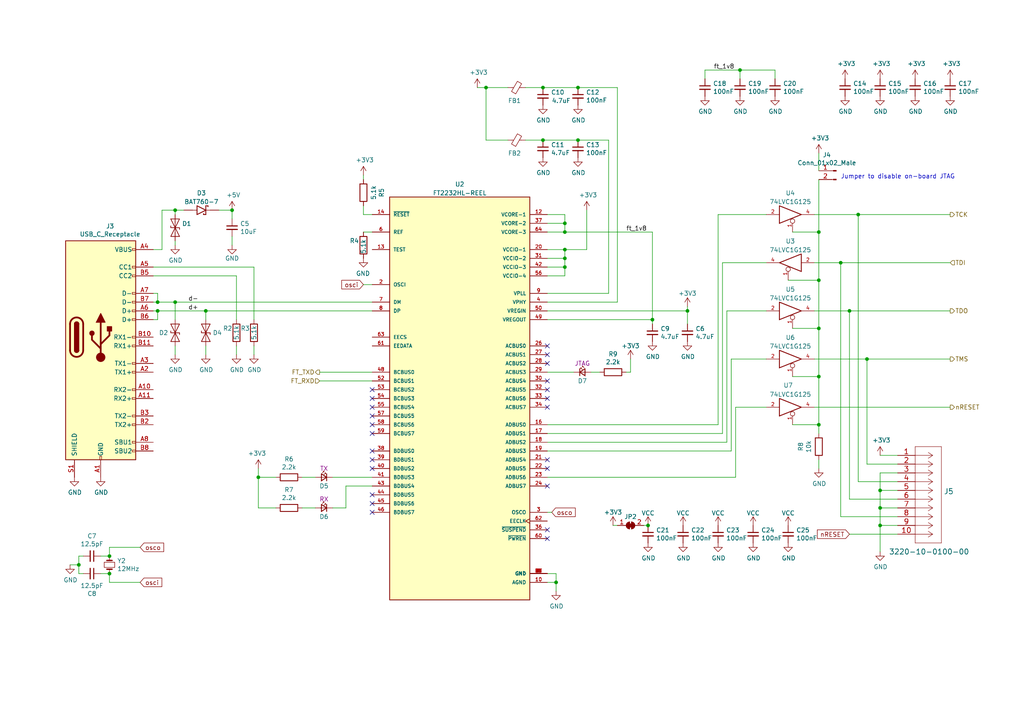
<source format=kicad_sch>
(kicad_sch (version 20211123) (generator eeschema)
  (paper "A4")
  (lib_symbols
    (symbol "74xGxx:74LVC1G125" (pin_names (offset 1.016))
      (property "Reference" "U" (at -2.54 3.81 0))
      (property "Value" "74LVC1G125" (at 0 -3.81 0))
      (symbol "74LVC1G125_1_1"
        (pin input inverted (at 0 5.08 270) (length 3.81) (name "~") (number "1"))
        (pin input line (at -7.62 0 0) (length 3.81) (name "~") (number "2"))
        (pin power_in line (at 1.27 -1.27 270) (length 0) hide (name "GND") (number "3"))
        (pin tri_state line (at 6.35 0 180) (length 3.81) (name "~") (number "4"))
        (pin power_in line (at 1.27 1.27 90) (length 0) hide (name "VCC") (number "5"))
      )
    )
    (symbol "Connector:Conn_01x02_Male" (pin_names (offset 1.016) hide)
      (property "Reference" "J" (at 0 2.54 0))
      (property "Value" "Conn_01x02_Male" (at 0 -5.08 0))
      (symbol "Conn_01x02_Male_1_1"
        (pin passive line (at 5.08 0 180) (length 3.81) (name "Pin_1") (number "1"))
        (pin passive line (at 5.08 -2.54 180) (length 3.81) (name "Pin_2") (number "2"))
      )
    )
    (symbol "Connector:USB_C_Receptacle" (pin_names (offset 1.016))
      (property "Reference" "J" (at -10.16 29.21 0))
      (property "Value" "USB_C_Receptacle" (at 10.16 29.21 0))
      (symbol "USB_C_Receptacle_1_1"
        (pin passive line (at 0 -40.64 90) (length 5.08) (name "GND") (number "A1"))
        (pin bidirectional line (at 15.24 -15.24 180) (length 5.08) (name "RX2-") (number "A10"))
        (pin bidirectional line (at 15.24 -17.78 180) (length 5.08) (name "RX2+") (number "A11"))
        (pin passive line (at 0 -40.64 90) (length 5.08) hide (name "GND") (number "A12"))
        (pin bidirectional line (at 15.24 -10.16 180) (length 5.08) (name "TX1+") (number "A2"))
        (pin bidirectional line (at 15.24 -7.62 180) (length 5.08) (name "TX1-") (number "A3"))
        (pin passive line (at 15.24 25.4 180) (length 5.08) (name "VBUS") (number "A4"))
        (pin bidirectional line (at 15.24 20.32 180) (length 5.08) (name "CC1") (number "A5"))
        (pin bidirectional line (at 15.24 7.62 180) (length 5.08) (name "D+") (number "A6"))
        (pin bidirectional line (at 15.24 12.7 180) (length 5.08) (name "D-") (number "A7"))
        (pin bidirectional line (at 15.24 -30.48 180) (length 5.08) (name "SBU1") (number "A8"))
        (pin passive line (at 15.24 25.4 180) (length 5.08) hide (name "VBUS") (number "A9"))
        (pin passive line (at 0 -40.64 90) (length 5.08) hide (name "GND") (number "B1"))
        (pin bidirectional line (at 15.24 0 180) (length 5.08) (name "RX1-") (number "B10"))
        (pin bidirectional line (at 15.24 -2.54 180) (length 5.08) (name "RX1+") (number "B11"))
        (pin passive line (at 0 -40.64 90) (length 5.08) hide (name "GND") (number "B12"))
        (pin bidirectional line (at 15.24 -25.4 180) (length 5.08) (name "TX2+") (number "B2"))
        (pin bidirectional line (at 15.24 -22.86 180) (length 5.08) (name "TX2-") (number "B3"))
        (pin passive line (at 15.24 25.4 180) (length 5.08) hide (name "VBUS") (number "B4"))
        (pin bidirectional line (at 15.24 17.78 180) (length 5.08) (name "CC2") (number "B5"))
        (pin bidirectional line (at 15.24 5.08 180) (length 5.08) (name "D+") (number "B6"))
        (pin bidirectional line (at 15.24 10.16 180) (length 5.08) (name "D-") (number "B7"))
        (pin bidirectional line (at 15.24 -33.02 180) (length 5.08) (name "SBU2") (number "B8"))
        (pin passive line (at 15.24 25.4 180) (length 5.08) hide (name "VBUS") (number "B9"))
        (pin passive line (at -7.62 -40.64 90) (length 5.08) (name "SHIELD") (number "S1"))
      )
    )
    (symbol "Device:C_Small" (pin_numbers hide) (pin_names (offset 0.254) hide)
      (property "Reference" "C" (at 0.254 1.778 0))
      (property "Value" "C_Small" (at 0.254 -2.032 0))
      (symbol "C_Small_1_1"
        (pin passive line (at 0 2.54 270) (length 2.032) (name "~") (number "1"))
        (pin passive line (at 0 -2.54 90) (length 2.032) (name "~") (number "2"))
      )
    )
    (symbol "Device:Crystal_Small" (pin_numbers hide) (pin_names (offset 1.016) hide)
      (property "Reference" "Y" (at 0 2.54 0))
      (property "Value" "Crystal_Small" (at 0 -2.54 0))
      (symbol "Crystal_Small_1_1"
        (pin passive line (at -2.54 0 0) (length 1.27) (name "1") (number "1"))
        (pin passive line (at 2.54 0 180) (length 1.27) (name "2") (number "2"))
      )
    )
    (symbol "Device:Ferrite_Bead_Small" (pin_numbers hide) (pin_names (offset 0))
      (property "Reference" "FB" (at 1.905 1.27 0))
      (property "Value" "Device_Ferrite_Bead_Small" (at 1.905 -1.27 0))
      (symbol "Ferrite_Bead_Small_1_1"
        (pin passive line (at 0 2.54 270) (length 1.27) (name "~") (number "1"))
        (pin passive line (at 0 -2.54 90) (length 1.27) (name "~") (number "2"))
      )
    )
    (symbol "Device:LED_Small" (pin_numbers hide) (pin_names (offset 0.254) hide)
      (property "Reference" "D" (at -1.27 3.175 0))
      (property "Value" "LED_Small" (at -4.445 -2.54 0))
      (symbol "LED_Small_1_1"
        (pin passive line (at -2.54 0 0) (length 1.778) (name "K") (number "1"))
        (pin passive line (at 2.54 0 180) (length 1.778) (name "A") (number "2"))
      )
    )
    (symbol "Device:R" (pin_numbers hide) (pin_names (offset 0))
      (property "Reference" "R" (at 2.032 0 90))
      (property "Value" "R" (at 0 0 90))
      (symbol "R_1_1"
        (pin passive line (at 0 3.81 270) (length 1.27) (name "~") (number "1"))
        (pin passive line (at 0 -3.81 90) (length 1.27) (name "~") (number "2"))
      )
    )
    (symbol "Diode:ESD9B5.0ST5G" (pin_numbers hide) (pin_names (offset 1.016) hide)
      (property "Reference" "D" (at 0 2.54 0))
      (property "Value" "ESD9B5.0ST5G" (at 0 -2.54 0))
      (symbol "ESD9B5.0ST5G_1_1"
        (pin passive line (at -3.81 0 0) (length 2.54) (name "A1") (number "1"))
        (pin passive line (at 3.81 0 180) (length 2.54) (name "A2") (number "2"))
      )
    )
    (symbol "Jumper:SolderJumper_2_Bridged" (pin_names (offset 0) hide)
      (property "Reference" "JP" (at 0 2.032 0))
      (property "Value" "SolderJumper_2_Bridged" (at 0 -2.54 0))
      (symbol "SolderJumper_2_Bridged_1_1"
        (pin passive line (at -3.81 0 0) (length 2.54) (name "A") (number "1"))
        (pin passive line (at 3.81 0 180) (length 2.54) (name "B") (number "2"))
      )
    )
    (symbol "bat760:BAT760-7" (pin_numbers hide) (pin_names (offset 1.016) hide)
      (property "Reference" "D" (at -5.08 2.54 0))
      (property "Value" "BAT760-7" (at -5.08 -3.81 0))
      (symbol "BAT760-7_0_0"
        (pin passive line (at -5.08 0 0) (length 2.54) (name "~") (number "A"))
        (pin passive line (at 5.08 0 180) (length 2.54) (name "~") (number "C"))
      )
    )
    (symbol "cnc_tech_connector:3220-10-0100-00" (pin_names (offset 0.254) hide)
      (property "Reference" "J" (at 8.89 6.35 0))
      (property "Value" "3220-10-0100-00" (at 10.16 -10.16 0))
      (symbol "3220-10-0100-00_1_1"
        (pin unspecified line (at 0 0 0) (length 5.08) (name "1") (number "1"))
        (pin unspecified line (at 0 -22.86 0) (length 5.08) (name "10") (number "10"))
        (pin unspecified line (at 0 -2.54 0) (length 5.08) (name "2") (number "2"))
        (pin unspecified line (at 0 -5.08 0) (length 5.08) (name "3") (number "3"))
        (pin unspecified line (at 0 -7.62 0) (length 5.08) (name "4") (number "4"))
        (pin unspecified line (at 0 -10.16 0) (length 5.08) (name "5") (number "5"))
        (pin unspecified line (at 0 -12.7 0) (length 5.08) (name "6") (number "6"))
        (pin unspecified line (at 0 -15.24 0) (length 5.08) (name "7") (number "7"))
        (pin unspecified line (at 0 -17.78 0) (length 5.08) (name "8") (number "8"))
        (pin unspecified line (at 0 -20.32 0) (length 5.08) (name "9") (number "9"))
      )
    )
    (symbol "ft2232hl:FT2232HL-REEL" (pin_names (offset 1.016))
      (property "Reference" "U" (at -20.8788 59.309 0))
      (property "Value" "FT2232HL-REEL" (at -20.6502 -62.2046 0))
      (symbol "FT2232HL-REEL_0_0"
        (pin power_in line (at 25.4 -50.8 180) (length 5.08) (name "GND") (number "1"))
        (pin power_in line (at 25.4 -53.34 180) (length 5.08) (name "AGND") (number "10"))
        (pin power_in line (at 25.4 -50.8 180) (length 5.08) (name "GND") (number "11"))
        (pin power_in line (at 25.4 53.34 180) (length 5.08) (name "VCORE-1") (number "12"))
        (pin input line (at -25.4 43.18 0) (length 5.08) (name "TEST") (number "13"))
        (pin input line (at -25.4 53.34 0) (length 5.08) (name "~{RESET}") (number "14"))
        (pin power_in line (at 25.4 -50.8 180) (length 5.08) (name "GND") (number "15"))
        (pin bidirectional line (at 25.4 -7.62 180) (length 5.08) (name "ADBUS0") (number "16"))
        (pin bidirectional line (at 25.4 -10.16 180) (length 5.08) (name "ADBUS1") (number "17"))
        (pin bidirectional line (at 25.4 -12.7 180) (length 5.08) (name "ADBUS2") (number "18"))
        (pin bidirectional line (at 25.4 -15.24 180) (length 5.08) (name "ADBUS3") (number "19"))
        (pin input line (at -25.4 33.02 0) (length 5.08) (name "OSCI") (number "2"))
        (pin power_in line (at 25.4 43.18 180) (length 5.08) (name "VCCIO-1") (number "20"))
        (pin bidirectional line (at 25.4 -17.78 180) (length 5.08) (name "ADBUS4") (number "21"))
        (pin bidirectional line (at 25.4 -20.32 180) (length 5.08) (name "ADBUS5") (number "22"))
        (pin bidirectional line (at 25.4 -22.86 180) (length 5.08) (name "ADBUS6") (number "23"))
        (pin bidirectional line (at 25.4 -25.4 180) (length 5.08) (name "ADBUS7") (number "24"))
        (pin power_in line (at 25.4 -50.8 180) (length 5.08) (name "GND") (number "25"))
        (pin bidirectional line (at 25.4 15.24 180) (length 5.08) (name "ACBUS0") (number "26"))
        (pin bidirectional line (at 25.4 12.7 180) (length 5.08) (name "ACBUS1") (number "27"))
        (pin bidirectional line (at 25.4 10.16 180) (length 5.08) (name "ACBUS2") (number "28"))
        (pin bidirectional line (at 25.4 7.62 180) (length 5.08) (name "ACBUS3") (number "29"))
        (pin output line (at 25.4 -33.02 180) (length 5.08) (name "OSCO") (number "3"))
        (pin bidirectional line (at 25.4 5.08 180) (length 5.08) (name "ACBUS4") (number "30"))
        (pin power_in line (at 25.4 40.64 180) (length 5.08) (name "VCCIO-2") (number "31"))
        (pin bidirectional line (at 25.4 2.54 180) (length 5.08) (name "ACBUS5") (number "32"))
        (pin bidirectional line (at 25.4 0 180) (length 5.08) (name "ACBUS6") (number "33"))
        (pin bidirectional line (at 25.4 -2.54 180) (length 5.08) (name "ACBUS7") (number "34"))
        (pin power_in line (at 25.4 -50.8 180) (length 5.08) (name "GND") (number "35"))
        (pin output line (at 25.4 -38.1 180) (length 5.08) (name "~{SUSPEND}") (number "36"))
        (pin power_in line (at 25.4 50.8 180) (length 5.08) (name "VCORE-2") (number "37"))
        (pin bidirectional line (at -25.4 -15.24 0) (length 5.08) (name "BDBUS0") (number "38"))
        (pin bidirectional line (at -25.4 -17.78 0) (length 5.08) (name "BDBUS1") (number "39"))
        (pin power_in line (at 25.4 27.94 180) (length 5.08) (name "VPHY") (number "4"))
        (pin bidirectional line (at -25.4 -20.32 0) (length 5.08) (name "BDBUS2") (number "40"))
        (pin bidirectional line (at -25.4 -22.86 0) (length 5.08) (name "BDBUS3") (number "41"))
        (pin power_in line (at 25.4 38.1 180) (length 5.08) (name "VCCIO-3") (number "42"))
        (pin bidirectional line (at -25.4 -25.4 0) (length 5.08) (name "BDBUS4") (number "43"))
        (pin bidirectional line (at -25.4 -27.94 0) (length 5.08) (name "BDBUS5") (number "44"))
        (pin bidirectional line (at -25.4 -30.48 0) (length 5.08) (name "BDBUS6") (number "45"))
        (pin bidirectional line (at -25.4 -33.02 0) (length 5.08) (name "BDBUS7") (number "46"))
        (pin power_in line (at 25.4 -50.8 180) (length 5.08) (name "GND") (number "47"))
        (pin bidirectional line (at -25.4 7.62 0) (length 5.08) (name "BCBUS0") (number "48"))
        (pin power_in line (at 25.4 22.86 180) (length 5.08) (name "VREGOUT") (number "49"))
        (pin power_in line (at 25.4 -50.8 180) (length 5.08) (name "GND") (number "5"))
        (pin power_in line (at 25.4 25.4 180) (length 5.08) (name "VREGIN") (number "50"))
        (pin power_in line (at 25.4 -50.8 180) (length 5.08) (name "GND") (number "51"))
        (pin bidirectional line (at -25.4 5.08 0) (length 5.08) (name "BCBUS1") (number "52"))
        (pin bidirectional line (at -25.4 2.54 0) (length 5.08) (name "BCBUS2") (number "53"))
        (pin bidirectional line (at -25.4 0 0) (length 5.08) (name "BCBUS3") (number "54"))
        (pin bidirectional line (at -25.4 -2.54 0) (length 5.08) (name "BCBUS4") (number "55"))
        (pin power_in line (at 25.4 35.56 180) (length 5.08) (name "VCCIO-4") (number "56"))
        (pin bidirectional line (at -25.4 -5.08 0) (length 5.08) (name "BCBUS5") (number "57"))
        (pin bidirectional line (at -25.4 -7.62 0) (length 5.08) (name "BCBUS6") (number "58"))
        (pin bidirectional line (at -25.4 -10.16 0) (length 5.08) (name "BCBUS7") (number "59"))
        (pin input line (at -25.4 48.26 0) (length 5.08) (name "REF") (number "6"))
        (pin output line (at 25.4 -40.64 180) (length 5.08) (name "~{PWREN}") (number "60"))
        (pin bidirectional line (at -25.4 15.24 0) (length 5.08) (name "EEDATA") (number "61"))
        (pin output clock (at 25.4 -35.56 180) (length 5.08) (name "EECLK") (number "62"))
        (pin bidirectional line (at -25.4 17.78 0) (length 5.08) (name "EECS") (number "63"))
        (pin power_in line (at 25.4 48.26 180) (length 5.08) (name "VCORE-3") (number "64"))
        (pin bidirectional line (at -25.4 27.94 0) (length 5.08) (name "DM") (number "7"))
        (pin bidirectional line (at -25.4 25.4 0) (length 5.08) (name "DP") (number "8"))
        (pin power_in line (at 25.4 30.48 180) (length 5.08) (name "VPLL") (number "9"))
      )
    )
    (symbol "power:+3.3V" (power) (pin_names (offset 0))
      (property "Value" "+3.3V" (at 0 3.556 0))
      (symbol "+3.3V_1_1"
        (pin power_in line (at 0 0 90) (length 0) hide (name "+3V3") (number "1"))
      )
    )
    (symbol "power:+5V" (power) (pin_names (offset 0))
      (property "Value" "+5V" (at 0 3.556 0))
      (symbol "+5V_1_1"
        (pin power_in line (at 0 0 90) (length 0) hide (name "+5V") (number "1"))
      )
    )
    (symbol "power:GND" (power) (pin_names (offset 0))
      (property "Value" "GND" (at 0 -3.81 0))
      (symbol "GND_1_1"
        (pin power_in line (at 0 0 270) (length 0) hide (name "GND") (number "1"))
      )
    )
    (symbol "power:VCC" (power) (pin_names (offset 0))
      (property "Value" "VCC" (at 0 3.81 0))
      (symbol "VCC_1_1"
        (pin power_in line (at 0 0 90) (length 0) hide (name "VCC") (number "1"))
      )
    )
  )
  (junction (at 45.72 90.17))
  (junction (at 140.97 25.4))
  (junction (at 246.38 90.17))
  (junction (at 157.48 25.4))
  (junction (at 251.46 104.14))
  (junction (at 163.83 72.39))
  (junction (at 163.83 67.31))
  (junction (at 255.27 152.4))
  (junction (at 199.39 90.17))
  (junction (at 163.83 77.47))
  (junction (at 50.8 87.63))
  (junction (at 237.49 95.25))
  (junction (at 189.23 92.71))
  (junction (at 67.31 60.96))
  (junction (at 161.29 168.91))
  (junction (at 74.93 138.43))
  (junction (at 163.83 74.93))
  (junction (at 255.27 142.24))
  (junction (at 214.63 20.32))
  (junction (at 167.64 40.64))
  (junction (at 243.84 76.2))
  (junction (at 167.64 25.4))
  (junction (at 237.49 81.28))
  (junction (at 59.69 90.17))
  (junction (at 237.49 123.19))
  (junction (at 50.8 60.96))
  (junction (at 22.86 163.83))
  (junction (at 163.83 64.77))
  (junction (at 45.72 87.63))
  (junction (at 31.75 161.29))
  (junction (at 255.27 147.32))
  (junction (at 237.49 67.31))
  (junction (at 187.96 152.4))
  (junction (at 157.48 40.64))
  (junction (at 248.92 62.23))
  (junction (at 237.49 109.22))
  (junction (at 31.75 166.37))
  (no_connect (at 158.75 110.49))
  (no_connect (at 158.75 113.03))
  (no_connect (at 158.75 115.57))
  (no_connect (at 158.75 118.11))
  (no_connect (at 107.95 125.73))
  (no_connect (at 107.95 130.81))
  (no_connect (at 107.95 133.35))
  (no_connect (at 107.95 135.89))
  (no_connect (at 107.95 143.51))
  (no_connect (at 107.95 146.05))
  (no_connect (at 107.95 148.59))
  (no_connect (at 158.75 153.67))
  (no_connect (at 158.75 156.21))
  (no_connect (at 158.75 102.87))
  (no_connect (at 158.75 100.33))
  (no_connect (at 158.75 105.41))
  (no_connect (at 158.75 133.35))
  (no_connect (at 158.75 135.89))
  (no_connect (at 158.75 140.97))
  (no_connect (at 107.95 118.11))
  (no_connect (at 107.95 120.65))
  (no_connect (at 107.95 123.19))
  (no_connect (at 107.95 113.03))
  (no_connect (at 107.95 115.57))
  (wire (pts (xy 260.35 149.86) (xy 243.84 149.86)))
  (wire (pts (xy 158.75 125.73) (xy 209.55 125.73)))
  (wire (pts (xy 158.75 62.23) (xy 163.83 62.23)))
  (wire (pts (xy 22.86 161.29) (xy 24.13 161.29)))
  (wire (pts (xy 73.66 77.47) (xy 44.45 77.47)))
  (wire (pts (xy 50.8 87.63) (xy 107.95 87.63)))
  (wire (pts (xy 20.32 163.83) (xy 22.86 163.83)))
  (wire (pts (xy 214.63 20.32) (xy 214.63 22.86)))
  (wire (pts (xy 214.63 20.32) (xy 204.47 20.32)))
  (wire (pts (xy 182.88 107.95) (xy 181.61 107.95)))
  (wire (pts (xy 224.79 22.86) (xy 224.79 20.32)))
  (wire (pts (xy 237.49 133.35) (xy 237.49 135.89)))
  (wire (pts (xy 158.75 138.43) (xy 213.36 138.43)))
  (wire (pts (xy 161.29 166.37) (xy 161.29 168.91)))
  (wire (pts (xy 176.53 40.64) (xy 176.53 85.09)))
  (wire (pts (xy 237.49 81.28) (xy 237.49 95.25)))
  (wire (pts (xy 45.72 90.17) (xy 59.69 90.17)))
  (wire (pts (xy 31.75 168.91) (xy 31.75 166.37)))
  (wire (pts (xy 199.39 88.9) (xy 199.39 90.17)))
  (wire (pts (xy 161.29 168.91) (xy 161.29 171.45)))
  (wire (pts (xy 236.22 90.17) (xy 246.38 90.17)))
  (wire (pts (xy 91.44 147.32) (xy 87.63 147.32)))
  (wire (pts (xy 152.4 40.64) (xy 157.48 40.64)))
  (wire (pts (xy 237.49 123.19) (xy 237.49 125.73)))
  (wire (pts (xy 50.8 60.96) (xy 53.34 60.96)))
  (wire (pts (xy 44.45 85.09) (xy 45.72 85.09)))
  (wire (pts (xy 209.55 125.73) (xy 209.55 76.2)))
  (wire (pts (xy 163.83 67.31) (xy 163.83 64.77)))
  (wire (pts (xy 158.75 107.95) (xy 166.37 107.95)))
  (wire (pts (xy 138.43 25.4) (xy 140.97 25.4)))
  (wire (pts (xy 229.87 109.22) (xy 237.49 109.22)))
  (wire (pts (xy 229.87 123.19) (xy 237.49 123.19)))
  (wire (pts (xy 80.01 147.32) (xy 74.93 147.32)))
  (wire (pts (xy 105.41 59.69) (xy 105.41 62.23)))
  (wire (pts (xy 105.41 67.31) (xy 107.95 67.31)))
  (wire (pts (xy 236.22 62.23) (xy 248.92 62.23)))
  (wire (pts (xy 158.75 67.31) (xy 163.83 67.31)))
  (wire (pts (xy 255.27 137.16) (xy 255.27 142.24)))
  (wire (pts (xy 177.8 152.4) (xy 179.07 152.4)))
  (wire (pts (xy 210.82 128.27) (xy 210.82 90.17)))
  (wire (pts (xy 24.13 166.37) (xy 22.86 166.37)))
  (wire (pts (xy 44.45 90.17) (xy 45.72 90.17)))
  (wire (pts (xy 152.4 25.4) (xy 157.48 25.4)))
  (wire (pts (xy 251.46 104.14) (xy 275.59 104.14)))
  (wire (pts (xy 163.83 67.31) (xy 189.23 67.31)))
  (wire (pts (xy 213.36 118.11) (xy 222.25 118.11)))
  (wire (pts (xy 158.75 80.01) (xy 163.83 80.01)))
  (wire (pts (xy 74.93 147.32) (xy 74.93 138.43)))
  (wire (pts (xy 46.99 72.39) (xy 46.99 60.96)))
  (wire (pts (xy 67.31 71.12) (xy 67.31 68.58)))
  (wire (pts (xy 100.33 140.97) (xy 107.95 140.97)))
  (wire (pts (xy 208.28 123.19) (xy 208.28 62.23)))
  (wire (pts (xy 255.27 152.4) (xy 260.35 152.4)))
  (wire (pts (xy 44.45 92.71) (xy 45.72 92.71)))
  (wire (pts (xy 237.49 52.07) (xy 237.49 67.31)))
  (wire (pts (xy 74.93 135.89) (xy 74.93 138.43)))
  (wire (pts (xy 59.69 90.17) (xy 107.95 90.17)))
  (wire (pts (xy 246.38 90.17) (xy 246.38 144.78)))
  (wire (pts (xy 96.52 138.43) (xy 107.95 138.43)))
  (wire (pts (xy 246.38 154.94) (xy 260.35 154.94)))
  (wire (pts (xy 107.95 110.49) (xy 92.71 110.49)))
  (wire (pts (xy 237.49 109.22) (xy 237.49 123.19)))
  (wire (pts (xy 158.75 92.71) (xy 189.23 92.71)))
  (wire (pts (xy 255.27 152.4) (xy 255.27 160.02)))
  (wire (pts (xy 158.75 128.27) (xy 210.82 128.27)))
  (wire (pts (xy 204.47 20.32) (xy 204.47 22.86)))
  (wire (pts (xy 44.45 87.63) (xy 45.72 87.63)))
  (wire (pts (xy 100.33 147.32) (xy 100.33 140.97)))
  (wire (pts (xy 163.83 62.23) (xy 163.83 64.77)))
  (wire (pts (xy 46.99 60.96) (xy 50.8 60.96)))
  (wire (pts (xy 199.39 90.17) (xy 199.39 93.98)))
  (wire (pts (xy 255.27 147.32) (xy 260.35 147.32)))
  (wire (pts (xy 255.27 142.24) (xy 255.27 147.32)))
  (wire (pts (xy 50.8 71.12) (xy 50.8 69.85)))
  (wire (pts (xy 158.75 72.39) (xy 163.83 72.39)))
  (wire (pts (xy 158.75 64.77) (xy 163.83 64.77)))
  (wire (pts (xy 163.83 72.39) (xy 170.18 72.39)))
  (wire (pts (xy 50.8 62.23) (xy 50.8 60.96)))
  (wire (pts (xy 158.75 166.37) (xy 161.29 166.37)))
  (wire (pts (xy 158.75 74.93) (xy 163.83 74.93)))
  (wire (pts (xy 237.49 44.45) (xy 237.49 49.53)))
  (wire (pts (xy 229.87 95.25) (xy 237.49 95.25)))
  (wire (pts (xy 59.69 92.71) (xy 59.69 90.17)))
  (wire (pts (xy 229.87 67.31) (xy 237.49 67.31)))
  (wire (pts (xy 260.35 139.7) (xy 248.92 139.7)))
  (wire (pts (xy 160.02 148.59) (xy 158.75 148.59)))
  (wire (pts (xy 189.23 93.98) (xy 189.23 92.71)))
  (wire (pts (xy 158.75 123.19) (xy 208.28 123.19)))
  (wire (pts (xy 260.35 137.16) (xy 255.27 137.16)))
  (wire (pts (xy 74.93 138.43) (xy 80.01 138.43)))
  (wire (pts (xy 73.66 102.87) (xy 73.66 100.33)))
  (wire (pts (xy 208.28 62.23) (xy 222.25 62.23)))
  (wire (pts (xy 73.66 77.47) (xy 73.66 92.71)))
  (wire (pts (xy 68.58 102.87) (xy 68.58 100.33)))
  (wire (pts (xy 237.49 67.31) (xy 237.49 81.28)))
  (wire (pts (xy 251.46 104.14) (xy 251.46 134.62)))
  (wire (pts (xy 158.75 87.63) (xy 179.07 87.63)))
  (wire (pts (xy 22.86 166.37) (xy 22.86 163.83)))
  (wire (pts (xy 29.21 161.29) (xy 31.75 161.29)))
  (wire (pts (xy 22.86 163.83) (xy 22.86 161.29)))
  (wire (pts (xy 105.41 50.8) (xy 105.41 52.07)))
  (wire (pts (xy 236.22 76.2) (xy 243.84 76.2)))
  (wire (pts (xy 186.69 152.4) (xy 187.96 152.4)))
  (wire (pts (xy 31.75 158.75) (xy 31.75 161.29)))
  (wire (pts (xy 105.41 62.23) (xy 107.95 62.23)))
  (wire (pts (xy 50.8 87.63) (xy 50.8 92.71)))
  (wire (pts (xy 260.35 134.62) (xy 251.46 134.62)))
  (wire (pts (xy 255.27 147.32) (xy 255.27 152.4)))
  (wire (pts (xy 59.69 100.33) (xy 59.69 102.87)))
  (wire (pts (xy 212.09 104.14) (xy 222.25 104.14)))
  (wire (pts (xy 63.5 60.96) (xy 67.31 60.96)))
  (wire (pts (xy 212.09 130.81) (xy 212.09 104.14)))
  (wire (pts (xy 243.84 76.2) (xy 275.59 76.2)))
  (wire (pts (xy 179.07 25.4) (xy 179.07 87.63)))
  (wire (pts (xy 224.79 20.32) (xy 214.63 20.32)))
  (wire (pts (xy 248.92 62.23) (xy 248.92 139.7)))
  (wire (pts (xy 260.35 144.78) (xy 246.38 144.78)))
  (wire (pts (xy 171.45 107.95) (xy 173.99 107.95)))
  (wire (pts (xy 140.97 25.4) (xy 147.32 25.4)))
  (wire (pts (xy 158.75 85.09) (xy 176.53 85.09)))
  (wire (pts (xy 157.48 25.4) (xy 167.64 25.4)))
  (wire (pts (xy 67.31 63.5) (xy 67.31 60.96)))
  (wire (pts (xy 107.95 107.95) (xy 92.71 107.95)))
  (wire (pts (xy 167.64 25.4) (xy 179.07 25.4)))
  (wire (pts (xy 236.22 118.11) (xy 275.59 118.11)))
  (wire (pts (xy 45.72 85.09) (xy 45.72 87.63)))
  (wire (pts (xy 236.22 104.14) (xy 251.46 104.14)))
  (wire (pts (xy 246.38 90.17) (xy 275.59 90.17)))
  (wire (pts (xy 40.64 158.75) (xy 31.75 158.75)))
  (wire (pts (xy 158.75 168.91) (xy 161.29 168.91)))
  (wire (pts (xy 105.41 82.55) (xy 107.95 82.55)))
  (wire (pts (xy 68.58 80.01) (xy 68.58 92.71)))
  (wire (pts (xy 158.75 90.17) (xy 199.39 90.17)))
  (wire (pts (xy 163.83 80.01) (xy 163.83 77.47)))
  (wire (pts (xy 45.72 87.63) (xy 50.8 87.63)))
  (wire (pts (xy 44.45 72.39) (xy 46.99 72.39)))
  (wire (pts (xy 210.82 90.17) (xy 222.25 90.17)))
  (wire (pts (xy 96.52 147.32) (xy 100.33 147.32)))
  (wire (pts (xy 163.83 74.93) (xy 163.83 72.39)))
  (wire (pts (xy 140.97 40.64) (xy 140.97 25.4)))
  (wire (pts (xy 255.27 132.08) (xy 260.35 132.08)))
  (wire (pts (xy 40.64 168.91) (xy 31.75 168.91)))
  (wire (pts (xy 91.44 138.43) (xy 87.63 138.43)))
  (wire (pts (xy 158.75 130.81) (xy 212.09 130.81)))
  (wire (pts (xy 237.49 95.25) (xy 237.49 109.22)))
  (wire (pts (xy 182.88 104.14) (xy 182.88 107.95)))
  (wire (pts (xy 243.84 76.2) (xy 243.84 149.86)))
  (wire (pts (xy 248.92 62.23) (xy 275.59 62.23)))
  (wire (pts (xy 140.97 40.64) (xy 147.32 40.64)))
  (wire (pts (xy 29.21 166.37) (xy 31.75 166.37)))
  (wire (pts (xy 44.45 80.01) (xy 68.58 80.01)))
  (wire (pts (xy 167.64 40.64) (xy 157.48 40.64)))
  (wire (pts (xy 213.36 138.43) (xy 213.36 118.11)))
  (wire (pts (xy 255.27 142.24) (xy 260.35 142.24)))
  (wire (pts (xy 45.72 92.71) (xy 45.72 90.17)))
  (wire (pts (xy 228.6 81.28) (xy 237.49 81.28)))
  (wire (pts (xy 189.23 67.31) (xy 189.23 92.71)))
  (wire (pts (xy 158.75 77.47) (xy 163.83 77.47)))
  (wire (pts (xy 170.18 72.39) (xy 170.18 60.96)))
  (wire (pts (xy 176.53 40.64) (xy 167.64 40.64)))
  (wire (pts (xy 50.8 100.33) (xy 50.8 102.87)))
  (wire (pts (xy 209.55 76.2) (xy 222.25 76.2)))
  (wire (pts (xy 163.83 77.47) (xy 163.83 74.93)))
  (text "Jumper to disable on-board JTAG" (at 243.84 52.07 0) (effects (font (size 1.27 1.27)) (justify left bottom)))
  (label "d-" (at 54.61 87.63 0))
  (label "ft_1v8" (at 181.61 67.31 0))
  (label "d+" (at 54.61 90.17 0))
  (label "ft_1v8" (at 207.01 20.32 0))
  (global_label "osci" (shape input) (at 40.64 168.91 0) (property "Intersheet References" "${INTERSHEET_REFS}" (effects hide)))
  (global_label "osci" (shape input) (at 105.41 82.55 180) (property "Intersheet References" "${INTERSHEET_REFS}" (effects hide)))
  (global_label "nRESET" (shape input) (at 246.38 154.94 180) (property "Intersheet References" "${INTERSHEET_REFS}" (effects hide)))
  (global_label "osco" (shape input) (at 40.64 158.75 0) (property "Intersheet References" "${INTERSHEET_REFS}" (effects hide)))
  (global_label "osco" (shape input) (at 160.02 148.59 0) (property "Intersheet References" "${INTERSHEET_REFS}" (effects hide)))
  (hierarchical_label "TDO" (shape output) (at 275.59 90.17 0))
  (hierarchical_label "FT_RXD" (shape input) (at 92.71 110.49 180))
  (hierarchical_label "TDI" (shape input) (at 275.59 76.2 0))
  (hierarchical_label "TCK" (shape output) (at 275.59 62.23 0))
  (hierarchical_label "TMS" (shape output) (at 275.59 104.14 0))
  (hierarchical_label "nRESET" (shape output) (at 275.59 118.11 0))
  (hierarchical_label "FT_TXD" (shape output) (at 92.71 107.95 180))
  (symbol (lib_id "power:VCC") (at 218.44 152.4 0) (unit 1)
    (property "Reference" "#PWR0113" (effects hide))
    (property "Value" "VCC" (at 218.44 148.8242 0))
  )
  (symbol (lib_id "power:VCC") (at 187.96 152.4 0) (unit 1)
    (property "Reference" "#PWR0115" (effects hide))
    (property "Value" "VCC" (at 187.96 148.8242 0))
  )
  (symbol (lib_id "Device:R") (at 73.66 96.52 0) (unit 1)
    (property "Reference" "R3" (at 71.12 95.25 0))
    (property "Value" "5.1k" (at 73.66 96.52 90))
    (property "Footprint" "Resistor_SMD:R_0603_1608Metric_Pad0.98x0.95mm_HandSolder" (effects hide))
  )
  (symbol (lib_id "power:+3.3V") (at 182.88 104.14 0) (unit 1)
    (property "Reference" "#PWR0116" (effects hide))
    (property "Value" "+3.3V" (at 182.88 100.33 0))
  )
  (symbol (lib_id "power:VCC") (at 228.6 152.4 0) (unit 1)
    (property "Reference" "#PWR0107" (effects hide))
    (property "Value" "VCC" (at 228.6 148.8242 0))
  )
  (symbol (lib_id "Device:LED_Small") (at 93.98 138.43 0) (mirror y) (unit 1)
    (property "Reference" "D5" (at 93.98 140.97 0))
    (property "Value" "LED_Small" (effects hide))
    (property "Footprint" "LED_SMD:LED_0603_1608Metric" (effects hide))
    (property "Function" "TX" (at 93.98 135.89 0))
  )
  (symbol (lib_id "power:+3.3V") (at 275.59 22.86 0) (unit 1)
    (property "Reference" "#PWR040" (effects hide))
    (property "Value" "+3.3V" (at 275.971 18.4658 0))
  )
  (symbol (lib_id "bat760:BAT760-7") (at 58.42 60.96 0) (unit 1)
    (property "Reference" "D3" (at 58.42 55.9902 0))
    (property "Value" "BAT760-7" (at 58.42 58.5271 0))
    (property "Footprint" "Diode_SMD:SOD2513X120N" (effects hide))
    (property "MAXIMUM_PACKAGE_HEIGHT" "1.20mm" (effects hide))
    (property "STANDARD" "IPC-7351B" (effects hide))
    (property "PARTREV" "9-2" (effects hide))
    (property "MANUFACTURER" "DIODES" (effects hide))
  )
  (symbol (lib_id "power:GND") (at 245.11 27.94 0) (unit 1)
    (property "Reference" "#PWR035" (effects hide))
    (property "Value" "GND" (at 245.237 32.3342 0))
  )
  (symbol (lib_id "Device:R") (at 105.41 55.88 0) (unit 1)
    (property "Reference" "R5" (at 110.6678 55.88 90))
    (property "Value" "5.1k" (at 108.3564 55.88 90))
    (property "Footprint" "Resistor_SMD:R_0603_1608Metric_Pad0.98x0.95mm_HandSolder" (effects hide))
  )
  (symbol (lib_id "Diode:ESD9B5.0ST5G") (at 50.8 96.52 270) (unit 1)
    (property "Reference" "D2" (at 48.7934 96.52 90) (effects (justify right)))
    (property "Value" "ESD9B5.0ST5G" (effects hide))
    (property "Footprint" "Diode_SMD:D_SOD-923" (effects hide))
    (property "Datasheet" "https://www.onsemi.com/pub/Collateral/ESD9B-D.PDF" (effects hide))
  )
  (symbol (lib_id "Device:C_Small") (at 167.64 43.18 0) (mirror y) (unit 1)
    (property "Reference" "C13" (at 169.9768 42.0116 0) (effects (justify right)))
    (property "Value" "100nF" (at 169.9768 44.323 0) (effects (justify right)))
    (property "Footprint" "Capacitor_SMD:C_0603_1608Metric_Pad1.08x0.95mm_HandSolder" (effects hide))
    (property "Voltage" "6.3" (effects hide))
  )
  (symbol (lib_id "Device:C_Small") (at 67.31 66.04 0) (mirror y) (unit 1)
    (property "Reference" "C5" (at 69.6468 64.8716 0) (effects (justify right)))
    (property "Value" "10uF" (at 69.6468 67.183 0) (effects (justify right)))
    (property "Footprint" "Capacitor_SMD:C_0603_1608Metric_Pad1.08x0.95mm_HandSolder" (effects hide))
    (property "Voltage" "6.3" (effects hide))
  )
  (symbol (lib_id "power:+3.3V") (at 170.18 60.96 0) (unit 1)
    (property "Reference" "#PWR033" (effects hide))
    (property "Value" "+3.3V" (at 170.561 56.5658 0))
  )
  (symbol (lib_id "Device:R") (at 237.49 129.54 180) (unit 1)
    (property "Reference" "R8" (at 232.2322 129.54 90))
    (property "Value" "10k" (at 234.5436 129.54 90))
    (property "Footprint" "Resistor_SMD:R_0603_1608Metric_Pad0.98x0.95mm_HandSolder" (effects hide))
  )
  (symbol (lib_id "power:GND") (at 50.8 71.12 0) (unit 1)
    (property "Reference" "#PWR012" (effects hide))
    (property "Value" "GND" (at 50.927 75.5142 0))
  )
  (symbol (lib_id "Device:C_Small") (at 157.48 43.18 0) (mirror y) (unit 1)
    (property "Reference" "C11" (at 159.8168 42.0116 0) (effects (justify right)))
    (property "Value" "4.7uF" (at 159.8168 44.323 0) (effects (justify right)))
    (property "Footprint" "Capacitor_SMD:C_0603_1608Metric_Pad1.08x0.95mm_HandSolder" (effects hide))
    (property "Voltage" "6.3" (effects hide))
  )
  (symbol (lib_id "power:VCC") (at 198.12 152.4 0) (unit 1)
    (property "Reference" "#PWR0109" (effects hide))
    (property "Value" "VCC" (at 198.12 148.8242 0))
  )
  (symbol (lib_id "power:GND") (at 59.69 102.87 0) (unit 1)
    (property "Reference" "#PWR014" (effects hide))
    (property "Value" "GND" (at 59.817 107.2642 0))
  )
  (symbol (lib_id "power:GND") (at 224.79 27.94 0) (unit 1)
    (property "Reference" "#PWR048" (effects hide))
    (property "Value" "GND" (at 224.917 32.3342 0))
  )
  (symbol (lib_id "power:GND") (at 199.39 99.06 0) (unit 1)
    (property "Reference" "#PWR023" (effects hide))
    (property "Value" "GND" (at 199.517 103.4542 0))
  )
  (symbol (lib_id "power:VCC") (at 208.28 152.4 0) (unit 1)
    (property "Reference" "#PWR0111" (effects hide))
    (property "Value" "VCC" (at 208.28 148.8242 0))
  )
  (symbol (lib_id "power:+3.3V") (at 177.8 152.4 0) (unit 1)
    (property "Reference" "#PWR049" (effects hide))
    (property "Value" "+3.3V" (at 177.8 148.59 0))
  )
  (symbol (lib_id "power:GND") (at 187.96 157.48 0) (unit 1)
    (property "Reference" "#PWR050" (effects hide))
    (property "Value" "GND" (at 188.087 161.8742 0))
  )
  (symbol (lib_id "Diode:ESD9B5.0ST5G") (at 59.69 96.52 270) (unit 1)
    (property "Reference" "D4" (at 61.6966 96.52 90) (effects (justify left)))
    (property "Value" "ESD9B5.0ST5G" (effects hide))
    (property "Footprint" "Diode_SMD:D_SOD-923" (effects hide))
    (property "Datasheet" "https://www.onsemi.com/pub/Collateral/ESD9B-D.PDF" (effects hide))
  )
  (symbol (lib_id "power:GND") (at 50.8 102.87 0) (unit 1)
    (property "Reference" "#PWR013" (effects hide))
    (property "Value" "GND" (at 50.927 107.2642 0))
  )
  (symbol (lib_id "Device:C_Small") (at 199.39 96.52 0) (mirror y) (unit 1)
    (property "Reference" "C6" (at 201.7268 95.3516 0) (effects (justify right)))
    (property "Value" "4.7uF" (at 201.7268 97.663 0) (effects (justify right)))
    (property "Footprint" "Capacitor_SMD:C_0603_1608Metric_Pad1.08x0.95mm_HandSolder" (effects hide))
    (property "Voltage" "6.3" (effects hide))
  )
  (symbol (lib_id "power:GND") (at 237.49 135.89 0) (unit 1)
    (property "Reference" "#PWR0104" (effects hide))
    (property "Value" "GND" (at 237.617 140.2842 0))
  )
  (symbol (lib_id "power:GND") (at 67.31 71.12 0) (unit 1)
    (property "Reference" "#PWR016" (effects hide))
    (property "Value" "GND" (at 67.31 74.93 0))
  )
  (symbol (lib_id "74xGxx:74LVC1G125") (at 229.87 104.14 0) (mirror x) (unit 1)
    (property "Reference" "U6" (at 229.235 97.9002 0))
    (property "Value" "74LVC1G125" (at 229.235 100.4371 0))
    (property "Footprint" "Package_TO_SOT_SMD:SOT-353_SC-70-5" (effects hide))
    (property "Datasheet" "http://www.ti.com/lit/sg/scyt129e/scyt129e.pdf" (effects hide))
  )
  (symbol (lib_id "Device:C_Small") (at 167.64 27.94 0) (mirror y) (unit 1)
    (property "Reference" "C12" (at 169.9768 26.7716 0) (effects (justify right)))
    (property "Value" "100nF" (at 169.9768 29.083 0) (effects (justify right)))
    (property "Footprint" "Capacitor_SMD:C_0603_1608Metric_Pad1.08x0.95mm_HandSolder" (effects hide))
    (property "Voltage" "6.3" (effects hide))
  )
  (symbol (lib_id "Connector:USB_C_Receptacle") (at 29.21 97.79 0) (unit 1)
    (property "Reference" "J3" (at 31.9278 65.6082 0))
    (property "Value" "USB_C_Receptacle" (at 31.9278 67.9196 0))
    (property "Footprint" "Connector_USB:USB_C_Receptacle_Amphenol_12401610E4-2A" (effects hide))
    (property "Datasheet" "https://www.usb.org/sites/default/files/documents/usb_type-c.zip" (effects hide))
  )
  (symbol (lib_id "Device:C_Small") (at 218.44 154.94 0) (mirror y) (unit 1)
    (property "Reference" "C24" (at 220.7768 153.7716 0) (effects (justify right)))
    (property "Value" "100nF" (at 220.7768 156.083 0) (effects (justify right)))
    (property "Footprint" "Capacitor_SMD:C_0603_1608Metric_Pad1.08x0.95mm_HandSolder" (effects hide))
    (property "Voltage" "6.3" (effects hide))
  )
  (symbol (lib_id "power:GND") (at 265.43 27.94 0) (unit 1)
    (property "Reference" "#PWR039" (effects hide))
    (property "Value" "GND" (at 265.557 32.3342 0))
  )
  (symbol (lib_id "power:GND") (at 255.27 160.02 0) (unit 1)
    (property "Reference" "#PWR0105" (effects hide))
    (property "Value" "GND" (at 255.397 164.4142 0))
  )
  (symbol (lib_id "power:GND") (at 255.27 27.94 0) (unit 1)
    (property "Reference" "#PWR037" (effects hide))
    (property "Value" "GND" (at 255.397 32.3342 0))
  )
  (symbol (lib_id "power:GND") (at 21.59 138.43 0) (unit 1)
    (property "Reference" "#PWR010" (effects hide))
    (property "Value" "GND" (at 21.717 142.8242 0))
  )
  (symbol (lib_id "Device:C_Small") (at 228.6 154.94 0) (mirror y) (unit 1)
    (property "Reference" "C25" (at 230.9368 153.7716 0) (effects (justify right)))
    (property "Value" "100nF" (at 230.9368 156.083 0) (effects (justify right)))
    (property "Footprint" "Capacitor_SMD:C_0603_1608Metric_Pad1.08x0.95mm_HandSolder" (effects hide))
    (property "Voltage" "6.3" (effects hide))
  )
  (symbol (lib_id "Device:Crystal_Small") (at 31.75 163.83 270) (unit 1)
    (property "Reference" "Y2" (at 33.9852 162.6616 90) (effects (justify left)))
    (property "Value" "12MHz" (at 33.9852 164.973 90) (effects (justify left)))
    (property "Footprint" "Crystal:Crystal_SMD_HC49-SD" (effects hide))
  )
  (symbol (lib_id "power:+3.3V") (at 255.27 22.86 0) (unit 1)
    (property "Reference" "#PWR036" (effects hide))
    (property "Value" "+3.3V" (at 255.651 18.4658 0))
  )
  (symbol (lib_id "Device:C_Small") (at 214.63 25.4 0) (mirror y) (unit 1)
    (property "Reference" "C19" (at 216.9668 24.2316 0) (effects (justify right)))
    (property "Value" "100nF" (at 216.9668 26.543 0) (effects (justify right)))
    (property "Footprint" "Capacitor_SMD:C_0603_1608Metric_Pad1.08x0.95mm_HandSolder" (effects hide))
    (property "Voltage" "6.3" (effects hide))
  )
  (symbol (lib_id "Device:C_Small") (at 265.43 25.4 0) (mirror y) (unit 1)
    (property "Reference" "C16" (at 267.7668 24.2316 0) (effects (justify right)))
    (property "Value" "100nF" (at 267.7668 26.543 0) (effects (justify right)))
    (property "Footprint" "Capacitor_SMD:C_0603_1608Metric_Pad1.08x0.95mm_HandSolder" (effects hide))
    (property "Voltage" "6.3" (effects hide))
  )
  (symbol (lib_id "Device:C_Small") (at 26.67 161.29 270) (unit 1)
    (property "Reference" "C7" (at 26.67 155.4734 90))
    (property "Value" "12.5pF" (at 26.67 157.7848 90))
    (property "Footprint" "Capacitor_SMD:C_0603_1608Metric_Pad1.08x0.95mm_HandSolder" (effects hide))
  )
  (symbol (lib_id "Device:LED_Small") (at 93.98 147.32 0) (mirror y) (unit 1)
    (property "Reference" "D6" (at 93.98 149.86 0))
    (property "Value" "LED_Small" (effects hide))
    (property "Footprint" "LED_SMD:LED_0603_1608Metric" (effects hide))
    (property "Function" "RX" (at 93.98 144.78 0))
  )
  (symbol (lib_id "power:+3.3V") (at 237.49 44.45 0) (unit 1)
    (property "Reference" "#PWR051" (effects hide))
    (property "Value" "+3.3V" (at 237.871 40.0558 0))
  )
  (symbol (lib_id "Diode:ESD9B5.0ST5G") (at 50.8 66.04 270) (unit 1)
    (property "Reference" "D1" (at 52.8066 64.8716 90) (effects (justify left)))
    (property "Value" "ESD9B5.0ST5G" (effects hide))
    (property "Footprint" "Diode_SMD:D_SOD-923" (effects hide))
    (property "Datasheet" "https://www.onsemi.com/pub/Collateral/ESD9B-D.PDF" (effects hide))
  )
  (symbol (lib_id "power:GND") (at 198.12 157.48 0) (unit 1)
    (property "Reference" "#PWR0110" (effects hide))
    (property "Value" "GND" (at 198.247 161.8742 0))
  )
  (symbol (lib_id "power:+3.3V") (at 138.43 25.4 0) (unit 1)
    (property "Reference" "#PWR019" (effects hide))
    (property "Value" "+3.3V" (at 138.811 21.0058 0))
  )
  (symbol (lib_id "power:GND") (at 218.44 157.48 0) (unit 1)
    (property "Reference" "#PWR0114" (effects hide))
    (property "Value" "GND" (at 218.567 161.8742 0))
  )
  (symbol (lib_id "Device:C_Small") (at 204.47 25.4 0) (mirror y) (unit 1)
    (property "Reference" "C18" (at 206.8068 24.2316 0) (effects (justify right)))
    (property "Value" "100nF" (at 206.8068 26.543 0) (effects (justify right)))
    (property "Footprint" "Capacitor_SMD:C_0603_1608Metric_Pad1.08x0.95mm_HandSolder" (effects hide))
    (property "Voltage" "6.3" (effects hide))
  )
  (symbol (lib_id "Device:C_Small") (at 26.67 166.37 270) (unit 1)
    (property "Reference" "C8" (at 26.67 172.1866 90))
    (property "Value" "12.5pF" (at 26.67 169.8752 90))
    (property "Footprint" "Capacitor_SMD:C_0603_1608Metric_Pad1.08x0.95mm_HandSolder" (effects hide))
  )
  (symbol (lib_id "Device:C_Small") (at 245.11 25.4 0) (mirror y) (unit 1)
    (property "Reference" "C14" (at 247.4468 24.2316 0) (effects (justify right)))
    (property "Value" "100nF" (at 247.4468 26.543 0) (effects (justify right)))
    (property "Footprint" "Capacitor_SMD:C_0603_1608Metric_Pad1.08x0.95mm_HandSolder" (effects hide))
    (property "Voltage" "6.3" (effects hide))
  )
  (symbol (lib_id "power:GND") (at 228.6 157.48 0) (unit 1)
    (property "Reference" "#PWR0108" (effects hide))
    (property "Value" "GND" (at 228.727 161.8742 0))
  )
  (symbol (lib_id "power:+3.3V") (at 255.27 132.08 0) (unit 1)
    (property "Reference" "#PWR0106" (effects hide))
    (property "Value" "+3.3V" (at 255.651 127.6858 0))
  )
  (symbol (lib_id "power:+3.3V") (at 74.93 135.89 0) (mirror y) (unit 1)
    (property "Reference" "#PWR044" (effects hide))
    (property "Value" "+3.3V" (at 74.549 131.4958 0))
  )
  (symbol (lib_id "power:+3.3V") (at 199.39 88.9 0) (unit 1)
    (property "Reference" "#PWR022" (effects hide))
    (property "Value" "+3.3V" (at 199.39 85.09 0))
  )
  (symbol (lib_id "power:GND") (at 20.32 163.83 0) (unit 1)
    (property "Reference" "#PWR020" (effects hide))
    (property "Value" "GND" (at 20.447 168.2242 0))
  )
  (symbol (lib_id "Device:C_Small") (at 208.28 154.94 0) (mirror y) (unit 1)
    (property "Reference" "C23" (at 210.6168 153.7716 0) (effects (justify right)))
    (property "Value" "100nF" (at 210.6168 156.083 0) (effects (justify right)))
    (property "Footprint" "Capacitor_SMD:C_0603_1608Metric_Pad1.08x0.95mm_HandSolder" (effects hide))
    (property "Voltage" "6.3" (effects hide))
  )
  (symbol (lib_id "Device:LED_Small") (at 168.91 107.95 0) (unit 1)
    (property "Reference" "D7" (at 168.91 110.49 0))
    (property "Value" "LED_Small" (effects hide))
    (property "Footprint" "LED_SMD:LED_0603_1608Metric" (effects hide))
    (property "Function" "JTAG" (at 168.91 105.41 0))
  )
  (symbol (lib_id "power:GND") (at 68.58 102.87 0) (unit 1)
    (property "Reference" "#PWR017" (effects hide))
    (property "Value" "GND" (at 68.707 107.2642 0))
  )
  (symbol (lib_id "power:GND") (at 105.41 74.93 0) (mirror y) (unit 1)
    (property "Reference" "#PWR021" (effects hide))
    (property "Value" "GND" (at 105.283 79.3242 0))
  )
  (symbol (lib_id "power:GND") (at 167.64 45.72 0) (unit 1)
    (property "Reference" "#PWR030" (effects hide))
    (property "Value" "GND" (at 167.767 50.1142 0))
  )
  (symbol (lib_id "74xGxx:74LVC1G125") (at 229.87 118.11 0) (mirror x) (unit 1)
    (property "Reference" "U7" (at 228.6 111.76 0))
    (property "Value" "74LVC1G125" (at 229.235 114.4071 0))
    (property "Footprint" "Package_TO_SOT_SMD:SOT-353_SC-70-5" (effects hide))
    (property "Datasheet" "http://www.ti.com/lit/sg/scyt129e/scyt129e.pdf" (effects hide))
  )
  (symbol (lib_id "Device:C_Small") (at 275.59 25.4 0) (mirror y) (unit 1)
    (property "Reference" "C17" (at 277.9268 24.2316 0) (effects (justify right)))
    (property "Value" "100nF" (at 277.9268 26.543 0) (effects (justify right)))
    (property "Footprint" "Capacitor_SMD:C_0603_1608Metric_Pad1.08x0.95mm_HandSolder" (effects hide))
    (property "Voltage" "6.3" (effects hide))
  )
  (symbol (lib_id "power:GND") (at 73.66 102.87 0) (unit 1)
    (property "Reference" "#PWR018" (effects hide))
    (property "Value" "GND" (at 73.787 107.2642 0))
  )
  (symbol (lib_id "Device:C_Small") (at 224.79 25.4 0) (mirror y) (unit 1)
    (property "Reference" "C20" (at 227.1268 24.2316 0) (effects (justify right)))
    (property "Value" "100nF" (at 227.1268 26.543 0) (effects (justify right)))
    (property "Footprint" "Capacitor_SMD:C_0603_1608Metric_Pad1.08x0.95mm_HandSolder" (effects hide))
    (property "Voltage" "6.3" (effects hide))
  )
  (symbol (lib_id "Device:R") (at 105.41 71.12 0) (mirror y) (unit 1)
    (property "Reference" "R4" (at 104.14 69.85 0) (effects (justify left)))
    (property "Value" "5.1k" (at 105.41 73.66 90) (effects (justify left)))
    (property "Footprint" "Resistor_SMD:R_0603_1608Metric_Pad0.98x0.95mm_HandSolder" (effects hide))
  )
  (symbol (lib_id "power:GND") (at 189.23 99.06 0) (unit 1)
    (property "Reference" "#PWR026" (effects hide))
    (property "Value" "GND" (at 189.357 103.4542 0))
  )
  (symbol (lib_id "power:GND") (at 29.21 138.43 0) (unit 1)
    (property "Reference" "#PWR011" (effects hide))
    (property "Value" "GND" (at 29.337 142.8242 0))
  )
  (symbol (lib_id "Device:R") (at 68.58 96.52 0) (unit 1)
    (property "Reference" "R2" (at 66.04 95.25 0))
    (property "Value" "5.1k" (at 68.58 96.52 90))
    (property "Footprint" "Resistor_SMD:R_0603_1608Metric_Pad0.98x0.95mm_HandSolder" (effects hide))
  )
  (symbol (lib_id "Device:R") (at 83.82 138.43 270) (mirror x) (unit 1)
    (property "Reference" "R6" (at 83.82 133.1722 90))
    (property "Value" "2.2k" (at 83.82 135.4836 90))
    (property "Footprint" "Resistor_SMD:R_0603_1608Metric_Pad0.98x0.95mm_HandSolder" (effects hide))
  )
  (symbol (lib_id "power:+3.3V") (at 265.43 22.86 0) (unit 1)
    (property "Reference" "#PWR038" (effects hide))
    (property "Value" "+3.3V" (at 265.811 18.4658 0))
  )
  (symbol (lib_id "Device:R") (at 83.82 147.32 270) (mirror x) (unit 1)
    (property "Reference" "R7" (at 83.82 142.0622 90))
    (property "Value" "2.2k" (at 83.82 144.3736 90))
    (property "Footprint" "Resistor_SMD:R_0603_1608Metric_Pad0.98x0.95mm_HandSolder" (effects hide))
  )
  (symbol (lib_id "power:GND") (at 204.47 27.94 0) (unit 1)
    (property "Reference" "#PWR043" (effects hide))
    (property "Value" "GND" (at 204.597 32.3342 0))
  )
  (symbol (lib_id "Device:C_Small") (at 189.23 96.52 0) (mirror y) (unit 1)
    (property "Reference" "C9" (at 191.5668 95.3516 0) (effects (justify right)))
    (property "Value" "4.7uF" (at 191.5668 97.663 0) (effects (justify right)))
    (property "Footprint" "Capacitor_SMD:C_0603_1608Metric_Pad1.08x0.95mm_HandSolder" (effects hide))
    (property "Voltage" "6.3" (effects hide))
  )
  (symbol (lib_id "Connector:Conn_01x02_Male") (at 242.57 49.53 0) (mirror y) (unit 1)
    (property "Reference" "J4" (at 239.8268 44.9326 0))
    (property "Value" "Conn_01x02_Male" (at 239.8268 47.244 0))
    (property "Footprint" "Connector_PinHeader_2.54mm:PinHeader_1x02_P2.54mm_Vertical" (effects hide))
  )
  (symbol (lib_id "74xGxx:74LVC1G125") (at 229.87 90.17 0) (mirror x) (unit 1)
    (property "Reference" "U5" (at 229.235 83.9302 0))
    (property "Value" "74LVC1G125" (at 229.235 86.4671 0))
    (property "Footprint" "Package_TO_SOT_SMD:SOT-353_SC-70-5" (effects hide))
    (property "Datasheet" "http://www.ti.com/lit/sg/scyt129e/scyt129e.pdf" (effects hide))
  )
  (symbol (lib_id "Device:C_Small") (at 255.27 25.4 0) (mirror y) (unit 1)
    (property "Reference" "C15" (at 257.6068 24.2316 0) (effects (justify right)))
    (property "Value" "100nF" (at 257.6068 26.543 0) (effects (justify right)))
    (property "Footprint" "Capacitor_SMD:C_0603_1608Metric_Pad1.08x0.95mm_HandSolder" (effects hide))
    (property "Voltage" "6.3" (effects hide))
  )
  (symbol (lib_id "power:+3.3V") (at 105.41 50.8 0) (unit 1)
    (property "Reference" "#PWR024" (effects hide))
    (property "Value" "+3.3V" (at 105.791 46.4058 0))
  )
  (symbol (lib_id "cnc_tech_connector:3220-10-0100-00") (at 260.35 132.08 0) (unit 1)
    (property "Reference" "J5" (at 273.7485 142.5338 0) (effects (font (size 1.524 1.524)) (justify left)))
    (property "Value" "3220-10-0100-00" (at 257.81 160.02 0) (effects (font (size 1.524 1.524)) (justify left)))
    (property "Footprint" "footprints:3220-10-0100-00" (effects hide))
  )
  (symbol (lib_id "Device:C_Small") (at 198.12 154.94 0) (mirror y) (unit 1)
    (property "Reference" "C22" (at 200.4568 153.7716 0) (effects (justify right)))
    (property "Value" "100nF" (at 200.4568 156.083 0) (effects (justify right)))
    (property "Footprint" "Capacitor_SMD:C_0603_1608Metric_Pad1.08x0.95mm_HandSolder" (effects hide))
    (property "Voltage" "6.3" (effects hide))
  )
  (symbol (lib_id "power:+3.3V") (at 245.11 22.86 0) (unit 1)
    (property "Reference" "#PWR034" (effects hide))
    (property "Value" "+3.3V" (at 245.491 18.4658 0))
  )
  (symbol (lib_id "power:+5V") (at 67.31 60.96 0) (unit 1)
    (property "Reference" "#PWR015" (effects hide))
    (property "Value" "+5V" (at 67.691 56.5658 0))
  )
  (symbol (lib_id "power:GND") (at 157.48 45.72 0) (unit 1)
    (property "Reference" "#PWR028" (effects hide))
    (property "Value" "GND" (at 157.607 50.1142 0))
  )
  (symbol (lib_id "Device:Ferrite_Bead_Small") (at 149.86 40.64 90) (unit 1)
    (property "Reference" "FB2" (at 151.13 44.45 90) (effects (justify left)))
    (property "Value" "Ferrite_Bead_Small" (effects hide))
    (property "Footprint" "Inductor_SMD:L_0603_1608Metric_Pad1.05x0.95mm_HandSolder" (effects hide))
  )
  (symbol (lib_id "ft2232hl:FT2232HL-REEL") (at 133.35 115.57 0) (unit 1)
    (property "Reference" "U2" (at 133.35 53.4502 0))
    (property "Value" "FT2232HL-REEL" (at 133.35 55.9871 0))
    (property "Footprint" "ft2232:QFP50P1200X1200X160-64N" (effects hide))
    (property "MANUFACTURER" "FTDI" (effects hide))
  )
  (symbol (lib_id "Device:C_Small") (at 187.96 154.94 0) (mirror y) (unit 1)
    (property "Reference" "C21" (at 190.2968 153.7716 0) (effects (justify right)))
    (property "Value" "100nF" (at 190.2968 156.083 0) (effects (justify right)))
    (property "Footprint" "Capacitor_SMD:C_0603_1608Metric_Pad1.08x0.95mm_HandSolder" (effects hide))
    (property "Voltage" "6.3" (effects hide))
  )
  (symbol (lib_id "power:GND") (at 208.28 157.48 0) (unit 1)
    (property "Reference" "#PWR0112" (effects hide))
    (property "Value" "GND" (at 208.407 161.8742 0))
  )
  (symbol (lib_id "74xGxx:74LVC1G125") (at 229.87 62.23 0) (mirror x) (unit 1)
    (property "Reference" "U4" (at 229.235 55.9902 0))
    (property "Value" "74LVC1G125" (at 229.235 58.5271 0))
    (property "Footprint" "Package_TO_SOT_SMD:SOT-353_SC-70-5" (effects hide))
    (property "Datasheet" "http://www.ti.com/lit/sg/scyt129e/scyt129e.pdf" (effects hide))
  )
  (symbol (lib_id "power:GND") (at 214.63 27.94 0) (unit 1)
    (property "Reference" "#PWR046" (effects hide))
    (property "Value" "GND" (at 214.757 32.3342 0))
  )
  (symbol (lib_id "Device:C_Small") (at 157.48 27.94 0) (mirror y) (unit 1)
    (property "Reference" "C10" (at 159.8168 26.7716 0) (effects (justify right)))
    (property "Value" "4.7uF" (at 160.02 29.21 0) (effects (justify right)))
    (property "Footprint" "Capacitor_SMD:C_0603_1608Metric_Pad1.08x0.95mm_HandSolder" (effects hide))
    (property "Voltage" "6.3" (effects hide))
  )
  (symbol (lib_id "power:GND") (at 157.48 30.48 0) (unit 1)
    (property "Reference" "#PWR027" (effects hide))
    (property "Value" "GND" (at 157.607 34.8742 0))
  )
  (symbol (lib_id "Device:Ferrite_Bead_Small") (at 149.86 25.4 90) (unit 1)
    (property "Reference" "FB1" (at 151.13 29.21 90) (effects (justify left)))
    (property "Value" "Ferrite_Bead_Small" (effects hide))
    (property "Footprint" "Inductor_SMD:L_0603_1608Metric_Pad1.05x0.95mm_HandSolder" (effects hide))
  )
  (symbol (lib_id "power:GND") (at 161.29 171.45 0) (unit 1)
    (property "Reference" "#PWR031" (effects hide))
    (property "Value" "GND" (at 161.417 175.8442 0))
  )
  (symbol (lib_id "power:GND") (at 167.64 30.48 0) (unit 1)
    (property "Reference" "#PWR029" (effects hide))
    (property "Value" "GND" (at 167.767 34.8742 0))
  )
  (symbol (lib_id "Device:R") (at 177.8 107.95 90) (unit 1)
    (property "Reference" "R9" (at 177.8 102.6922 90))
    (property "Value" "2.2k" (at 177.8 105.0036 90))
    (property "Footprint" "Resistor_SMD:R_0603_1608Metric_Pad0.98x0.95mm_HandSolder" (effects hide))
  )
  (symbol (lib_id "power:GND") (at 275.59 27.94 0) (unit 1)
    (property "Reference" "#PWR041" (effects hide))
    (property "Value" "GND" (at 275.717 32.3342 0))
  )
  (symbol (lib_id "Jumper:SolderJumper_2_Bridged") (at 182.88 152.4 0) (unit 1)
    (property "Reference" "JP2" (at 182.88 149.86 0))
    (property "Value" "SolderJumper_2_Bridged" (effects hide))
    (property "Footprint" "Jumper:SolderJumper-2_P1.3mm_Bridged_RoundedPad1.0x1.5mm" (effects hide))
  )
  (symbol (lib_id "74xGxx:74LVC1G125") (at 228.6 76.2 180) (unit 1)
    (property "Reference" "U3" (at 229.235 69.9602 0))
    (property "Value" "74LVC1G125" (at 229.235 72.4971 0))
    (property "Footprint" "Package_TO_SOT_SMD:SOT-353_SC-70-5" (effects hide))
    (property "Datasheet" "http://www.ti.com/lit/sg/scyt129e/scyt129e.pdf" (effects hide))
  )
)
</source>
